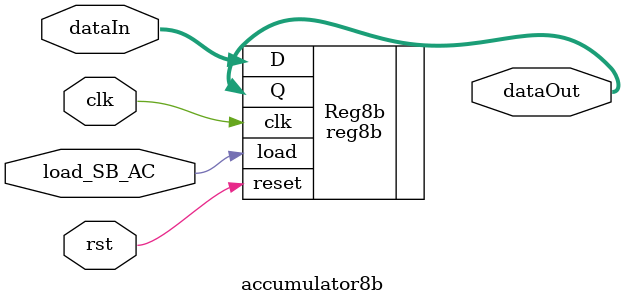
<source format=v>
`timescale 1ns / 1ps


module accumulator8b(
    input [7:0] dataIn, 
    input load_SB_AC,
    input clk, 
    input rst,
    output [7:0] dataOut
 );
 
reg8b Reg8b(
    .reset(rst),
    .clk(clk),
    .load(load_SB_AC),
    .D(dataIn),
    .Q(dataOut)
    );
         
endmodule

</source>
